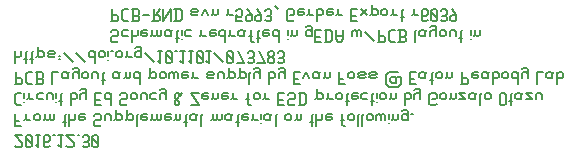
<source format=gbr>
G04 start of page 11 for group 12 layer_idx 7 *
G04 Title: (unknown), bottom_silk *
G04 Creator: pcb-rnd 2.0.0 *
G04 CreationDate: 2018-06-05 21:29:22 UTC *
G04 For:  *
G04 Format: Gerber/RS-274X *
G04 PCB-Dimensions: 500000 500000 *
G04 PCB-Coordinate-Origin: lower left *
%MOIN*%
%FSLAX25Y25*%
%LNBOTTOMSILK*%
%ADD72C,0.0070*%
G54D72*X183500Y322500D02*Y326500D01*
Y325000D02*X184000Y324500D01*
X185000D01*
X185500Y325000D01*
Y326500D01*
X187200Y322500D02*Y326000D01*
X187700Y326500D01*
X186700Y324000D02*X187700D01*
X189200Y322500D02*Y326000D01*
X189700Y326500D01*
X188700Y324000D02*X189700D01*
X191200Y325000D02*Y328000D01*
X190700Y324500D02*X191200Y325000D01*
X191700Y324500D01*
X192700D01*
X193200Y325000D01*
Y326000D01*
X192700Y326500D02*X193200Y326000D01*
X191700Y326500D02*X192700D01*
X191200Y326000D02*X191700Y326500D01*
X194900D02*X196400D01*
X196900Y326000D01*
X196400Y325500D02*X196900Y326000D01*
X194900Y325500D02*X196400D01*
X194400Y325000D02*X194900Y325500D01*
X194400Y325000D02*X194900Y324500D01*
X196400D01*
X196900Y325000D01*
X194400Y326000D02*X194900Y326500D01*
X198100Y324000D02*X198600D01*
X198100Y325000D02*X198600D01*
X199800Y326000D02*X202800Y323000D01*
X204000Y326000D02*X207000Y323000D01*
X210200Y322500D02*Y326500D01*
X209700D02*X210200Y326000D01*
X208700Y326500D02*X209700D01*
X208200Y326000D02*X208700Y326500D01*
X208200Y325000D02*Y326000D01*
Y325000D02*X208700Y324500D01*
X209700D01*
X210200Y325000D01*
X211400D02*Y326000D01*
Y325000D02*X211900Y324500D01*
X212900D01*
X213400Y325000D01*
Y326000D01*
X212900Y326500D02*X213400Y326000D01*
X211900Y326500D02*X212900D01*
X211400Y326000D02*X211900Y326500D01*
X214600Y323500D02*Y323600D01*
Y325000D02*Y326500D01*
X215600D02*X216100D01*
X217300Y325000D02*Y326000D01*
Y325000D02*X217800Y324500D01*
X218800D01*
X219300Y325000D01*
Y326000D01*
X218800Y326500D02*X219300Y326000D01*
X217800Y326500D02*X218800D01*
X217300Y326000D02*X217800Y326500D01*
X221000Y325000D02*Y326500D01*
Y325000D02*X221500Y324500D01*
X222500D01*
X220500D02*X221000Y325000D01*
X225200Y324500D02*X225700Y325000D01*
X224200Y324500D02*X225200D01*
X223700Y325000D02*X224200Y324500D01*
X223700Y325000D02*Y326000D01*
X224200Y326500D01*
X225200D01*
X225700Y326000D01*
X223700Y327500D02*X224200Y328000D01*
X225200D01*
X225700Y327500D01*
Y324500D02*Y327500D01*
X226900Y326000D02*X229900Y323000D01*
X231100Y323300D02*X231900Y322500D01*
Y326500D01*
X231100D02*X232600D01*
X233800Y326000D02*X234300Y326500D01*
X233800Y323000D02*Y326000D01*
Y323000D02*X234300Y322500D01*
X235300D01*
X235800Y323000D01*
Y326000D01*
X235300Y326500D02*X235800Y326000D01*
X234300Y326500D02*X235300D01*
X233800Y325500D02*X235800Y323500D01*
X237000Y326500D02*X237500D01*
X238700Y323300D02*X239500Y322500D01*
Y326500D01*
X238700D02*X240200D01*
X241400Y323300D02*X242200Y322500D01*
Y326500D01*
X241400D02*X242900D01*
X244100Y326000D02*X244600Y326500D01*
X244100Y323000D02*Y326000D01*
Y323000D02*X244600Y322500D01*
X245600D01*
X246100Y323000D01*
Y326000D01*
X245600Y326500D02*X246100Y326000D01*
X244600Y326500D02*X245600D01*
X244100Y325500D02*X246100Y323500D01*
X247300Y323300D02*X248100Y322500D01*
Y326500D01*
X247300D02*X248800D01*
X250000Y326000D02*X253000Y323000D01*
X254200Y326000D02*X254700Y326500D01*
X254200Y323000D02*Y326000D01*
Y323000D02*X254700Y322500D01*
X255700D01*
X256200Y323000D01*
Y326000D01*
X255700Y326500D02*X256200Y326000D01*
X254700Y326500D02*X255700D01*
X254200Y325500D02*X256200Y323500D01*
X257900Y326500D02*X259900Y322500D01*
X257400D02*X259900D01*
X261100Y323000D02*X261600Y322500D01*
X262600D01*
X263100Y323000D01*
X262600Y326500D02*X263100Y326000D01*
X261600Y326500D02*X262600D01*
X261100Y326000D02*X261600Y326500D01*
Y324300D02*X262600D01*
X263100Y323000D02*Y323800D01*
Y324800D02*Y326000D01*
Y324800D02*X262600Y324300D01*
X263100Y323800D02*X262600Y324300D01*
X264800Y326500D02*X266800Y322500D01*
X264300D02*X266800D01*
X268000Y326000D02*X268500Y326500D01*
X268000Y325200D02*Y326000D01*
Y325200D02*X268700Y324500D01*
X269300D01*
X270000Y325200D01*
Y326000D01*
X269500Y326500D02*X270000Y326000D01*
X268500Y326500D02*X269500D01*
X268000Y323800D02*X268700Y324500D01*
X268000Y323000D02*Y323800D01*
Y323000D02*X268500Y322500D01*
X269500D01*
X270000Y323000D01*
Y323800D01*
X269300Y324500D02*X270000Y323800D01*
X271200Y323000D02*X271700Y322500D01*
X272700D01*
X273200Y323000D01*
X272700Y326500D02*X273200Y326000D01*
X271700Y326500D02*X272700D01*
X271200Y326000D02*X271700Y326500D01*
Y324300D02*X272700D01*
X273200Y323000D02*Y323800D01*
Y324800D02*Y326000D01*
Y324800D02*X272700Y324300D01*
X273200Y323800D02*X272700Y324300D01*
X183500Y301500D02*Y305500D01*
Y301500D02*X185500D01*
X183500Y303300D02*X185000D01*
X187200Y304000D02*Y305500D01*
Y304000D02*X187700Y303500D01*
X188700D01*
X186700D02*X187200Y304000D01*
X189900D02*Y305000D01*
Y304000D02*X190400Y303500D01*
X191400D01*
X191900Y304000D01*
Y305000D01*
X191400Y305500D02*X191900Y305000D01*
X190400Y305500D02*X191400D01*
X189900Y305000D02*X190400Y305500D01*
X193600Y304000D02*Y305500D01*
Y304000D02*X194100Y303500D01*
X194600D01*
X195100Y304000D01*
Y305500D01*
Y304000D02*X195600Y303500D01*
X196100D01*
X196600Y304000D01*
Y305500D01*
X193100Y303500D02*X193600Y304000D01*
X200100Y301500D02*Y305000D01*
X200600Y305500D01*
X199600Y303000D02*X200600D01*
X201600Y301500D02*Y305500D01*
Y304000D02*X202100Y303500D01*
X203100D01*
X203600Y304000D01*
Y305500D01*
X205300D02*X206800D01*
X204800Y305000D02*X205300Y305500D01*
X204800Y304000D02*Y305000D01*
Y304000D02*X205300Y303500D01*
X206300D01*
X206800Y304000D01*
X204800Y304500D02*X206800D01*
Y304000D02*Y304500D01*
X211800Y301500D02*X212300Y302000D01*
X210300Y301500D02*X211800D01*
X209800Y302000D02*X210300Y301500D01*
X209800Y302000D02*Y303000D01*
X210300Y303500D01*
X211800D01*
X212300Y304000D01*
Y305000D01*
X211800Y305500D02*X212300Y305000D01*
X210300Y305500D02*X211800D01*
X209800Y305000D02*X210300Y305500D01*
X213500Y303500D02*Y305000D01*
X214000Y305500D01*
X215000D01*
X215500Y305000D01*
Y303500D02*Y305000D01*
X217200Y304000D02*Y307000D01*
X216700Y303500D02*X217200Y304000D01*
X217700Y303500D01*
X218700D01*
X219200Y304000D01*
Y305000D01*
X218700Y305500D02*X219200Y305000D01*
X217700Y305500D02*X218700D01*
X217200Y305000D02*X217700Y305500D01*
X220900Y304000D02*Y307000D01*
X220400Y303500D02*X220900Y304000D01*
X221400Y303500D01*
X222400D01*
X222900Y304000D01*
Y305000D01*
X222400Y305500D02*X222900Y305000D01*
X221400Y305500D02*X222400D01*
X220900Y305000D02*X221400Y305500D01*
X224100Y301500D02*Y305000D01*
X224600Y305500D01*
X226100D02*X227600D01*
X225600Y305000D02*X226100Y305500D01*
X225600Y304000D02*Y305000D01*
Y304000D02*X226100Y303500D01*
X227100D01*
X227600Y304000D01*
X225600Y304500D02*X227600D01*
Y304000D02*Y304500D01*
X229300Y304000D02*Y305500D01*
Y304000D02*X229800Y303500D01*
X230300D01*
X230800Y304000D01*
Y305500D01*
Y304000D02*X231300Y303500D01*
X231800D01*
X232300Y304000D01*
Y305500D01*
X228800Y303500D02*X229300Y304000D01*
X234000Y305500D02*X235500D01*
X233500Y305000D02*X234000Y305500D01*
X233500Y304000D02*Y305000D01*
Y304000D02*X234000Y303500D01*
X235000D01*
X235500Y304000D01*
X233500Y304500D02*X235500D01*
Y304000D02*Y304500D01*
X237200Y304000D02*Y305500D01*
Y304000D02*X237700Y303500D01*
X238200D01*
X238700Y304000D01*
Y305500D01*
X236700Y303500D02*X237200Y304000D01*
X240400Y301500D02*Y305000D01*
X240900Y305500D01*
X239900Y303000D02*X240900D01*
X243400Y303500D02*X243900Y304000D01*
X242400Y303500D02*X243400D01*
X241900Y304000D02*X242400Y303500D01*
X241900Y304000D02*Y305000D01*
X242400Y305500D01*
X243900Y303500D02*Y305000D01*
X244400Y305500D01*
X242400D02*X243400D01*
X243900Y305000D01*
X245600Y301500D02*Y305000D01*
X246100Y305500D01*
X249400Y304000D02*Y305500D01*
Y304000D02*X249900Y303500D01*
X250400D01*
X250900Y304000D01*
Y305500D01*
Y304000D02*X251400Y303500D01*
X251900D01*
X252400Y304000D01*
Y305500D01*
X248900Y303500D02*X249400Y304000D01*
X255100Y303500D02*X255600Y304000D01*
X254100Y303500D02*X255100D01*
X253600Y304000D02*X254100Y303500D01*
X253600Y304000D02*Y305000D01*
X254100Y305500D01*
X255600Y303500D02*Y305000D01*
X256100Y305500D01*
X254100D02*X255100D01*
X255600Y305000D01*
X257800Y301500D02*Y305000D01*
X258300Y305500D01*
X257300Y303000D02*X258300D01*
X259800Y305500D02*X261300D01*
X259300Y305000D02*X259800Y305500D01*
X259300Y304000D02*Y305000D01*
Y304000D02*X259800Y303500D01*
X260800D01*
X261300Y304000D01*
X259300Y304500D02*X261300D01*
Y304000D02*Y304500D01*
X263000Y304000D02*Y305500D01*
Y304000D02*X263500Y303500D01*
X264500D01*
X262500D02*X263000Y304000D01*
X265700Y302500D02*Y302600D01*
Y304000D02*Y305500D01*
X268200Y303500D02*X268700Y304000D01*
X267200Y303500D02*X268200D01*
X266700Y304000D02*X267200Y303500D01*
X266700Y304000D02*Y305000D01*
X267200Y305500D01*
X268700Y303500D02*Y305000D01*
X269200Y305500D01*
X267200D02*X268200D01*
X268700Y305000D01*
X270400Y301500D02*Y305000D01*
X270900Y305500D01*
X273700Y304000D02*Y305000D01*
Y304000D02*X274200Y303500D01*
X275200D01*
X275700Y304000D01*
Y305000D01*
X275200Y305500D02*X275700Y305000D01*
X274200Y305500D02*X275200D01*
X273700Y305000D02*X274200Y305500D01*
X277400Y304000D02*Y305500D01*
Y304000D02*X277900Y303500D01*
X278400D01*
X278900Y304000D01*
Y305500D01*
X276900Y303500D02*X277400Y304000D01*
X282400Y301500D02*Y305000D01*
X282900Y305500D01*
X281900Y303000D02*X282900D01*
X283900Y301500D02*Y305500D01*
Y304000D02*X284400Y303500D01*
X285400D01*
X285900Y304000D01*
Y305500D01*
X287600D02*X289100D01*
X287100Y305000D02*X287600Y305500D01*
X287100Y304000D02*Y305000D01*
Y304000D02*X287600Y303500D01*
X288600D01*
X289100Y304000D01*
X287100Y304500D02*X289100D01*
Y304000D02*Y304500D01*
X292600Y302000D02*Y305500D01*
Y302000D02*X293100Y301500D01*
X293600D01*
X292100Y303500D02*X293100D01*
X294600Y304000D02*Y305000D01*
Y304000D02*X295100Y303500D01*
X296100D01*
X296600Y304000D01*
Y305000D01*
X296100Y305500D02*X296600Y305000D01*
X295100Y305500D02*X296100D01*
X294600Y305000D02*X295100Y305500D01*
X297800Y301500D02*Y305000D01*
X298300Y305500D01*
X299300Y301500D02*Y305000D01*
X299800Y305500D01*
X300800Y304000D02*Y305000D01*
Y304000D02*X301300Y303500D01*
X302300D01*
X302800Y304000D01*
Y305000D01*
X302300Y305500D02*X302800Y305000D01*
X301300Y305500D02*X302300D01*
X300800Y305000D02*X301300Y305500D01*
X304000Y303500D02*Y305000D01*
X304500Y305500D01*
X305000D01*
X305500Y305000D01*
Y303500D02*Y305000D01*
X306000Y305500D01*
X306500D01*
X307000Y305000D01*
Y303500D02*Y305000D01*
X308200Y302500D02*Y302600D01*
Y304000D02*Y305500D01*
X309700Y304000D02*Y305500D01*
Y304000D02*X310200Y303500D01*
X310700D01*
X311200Y304000D01*
Y305500D01*
X309200Y303500D02*X309700Y304000D01*
X313900Y303500D02*X314400Y304000D01*
X312900Y303500D02*X313900D01*
X312400Y304000D02*X312900Y303500D01*
X312400Y304000D02*Y305000D01*
X312900Y305500D01*
X313900D01*
X314400Y305000D01*
X312400Y306500D02*X312900Y307000D01*
X313900D01*
X314400Y306500D01*
Y303500D02*Y306500D01*
X315600Y305500D02*X316100D01*
X183500Y295000D02*X184000Y294500D01*
X185500D01*
X186000Y295000D01*
Y296000D01*
X183500Y298500D02*X186000Y296000D01*
X183500Y298500D02*X186000D01*
X187200Y298000D02*X187700Y298500D01*
X187200Y295000D02*Y298000D01*
Y295000D02*X187700Y294500D01*
X188700D01*
X189200Y295000D01*
Y298000D01*
X188700Y298500D02*X189200Y298000D01*
X187700Y298500D02*X188700D01*
X187200Y297500D02*X189200Y295500D01*
X190400Y295300D02*X191200Y294500D01*
Y298500D01*
X190400D02*X191900D01*
X194600Y294500D02*X195100Y295000D01*
X193600Y294500D02*X194600D01*
X193100Y295000D02*X193600Y294500D01*
X193100Y295000D02*Y298000D01*
X193600Y298500D01*
X194600Y296300D02*X195100Y296800D01*
X193100Y296300D02*X194600D01*
X193600Y298500D02*X194600D01*
X195100Y298000D01*
Y296800D02*Y298000D01*
X196300Y298500D02*X196800D01*
X198000Y295300D02*X198800Y294500D01*
Y298500D01*
X198000D02*X199500D01*
X200700Y295000D02*X201200Y294500D01*
X202700D01*
X203200Y295000D01*
Y296000D01*
X200700Y298500D02*X203200Y296000D01*
X200700Y298500D02*X203200D01*
X204400D02*X204900D01*
X206100Y295000D02*X206600Y294500D01*
X207600D01*
X208100Y295000D01*
X207600Y298500D02*X208100Y298000D01*
X206600Y298500D02*X207600D01*
X206100Y298000D02*X206600Y298500D01*
Y296300D02*X207600D01*
X208100Y295000D02*Y295800D01*
Y296800D02*Y298000D01*
Y296800D02*X207600Y296300D01*
X208100Y295800D02*X207600Y296300D01*
X209300Y298000D02*X209800Y298500D01*
X209300Y295000D02*Y298000D01*
Y295000D02*X209800Y294500D01*
X210800D01*
X211300Y295000D01*
Y298000D01*
X210800Y298500D02*X211300Y298000D01*
X209800Y298500D02*X210800D01*
X209300Y297500D02*X211300Y295500D01*
X216000Y336500D02*Y340500D01*
X215500Y336500D02*X217500D01*
X218000Y337000D01*
Y338000D01*
X217500Y338500D02*X218000Y338000D01*
X216000Y338500D02*X217500D01*
X219900Y340500D02*X221200D01*
X219200Y339800D02*X219900Y340500D01*
X219200Y337200D02*Y339800D01*
Y337200D02*X219900Y336500D01*
X221200D01*
X222400Y340500D02*X224400D01*
X224900Y340000D01*
Y338800D02*Y340000D01*
X224400Y338300D02*X224900Y338800D01*
X222900Y338300D02*X224400D01*
X222900Y336500D02*Y340500D01*
X222400Y336500D02*X224400D01*
X224900Y337000D01*
Y337800D01*
X224400Y338300D02*X224900Y337800D01*
X226100Y338500D02*X228100D01*
X229300Y336500D02*X231300D01*
X231800Y337000D01*
Y338000D01*
X231300Y338500D02*X231800Y338000D01*
X229800Y338500D02*X231300D01*
X229800Y336500D02*Y340500D01*
X230600Y338500D02*X231800Y340500D01*
X233000Y336500D02*Y340500D01*
Y336500D02*X235500Y340500D01*
Y336500D02*Y340500D01*
X237200Y336500D02*Y340500D01*
X238500Y336500D02*X239200Y337200D01*
Y339800D01*
X238500Y340500D02*X239200Y339800D01*
X236700Y340500D02*X238500D01*
X236700Y336500D02*X238500D01*
X242700Y340500D02*X244200D01*
X244700Y340000D01*
X244200Y339500D02*X244700Y340000D01*
X242700Y339500D02*X244200D01*
X242200Y339000D02*X242700Y339500D01*
X242200Y339000D02*X242700Y338500D01*
X244200D01*
X244700Y339000D01*
X242200Y340000D02*X242700Y340500D01*
X245900Y338500D02*X246900Y340500D01*
X247900Y338500D02*X246900Y340500D01*
X249600Y339000D02*Y340500D01*
Y339000D02*X250100Y338500D01*
X250600D01*
X251100Y339000D01*
Y340500D01*
X249100Y338500D02*X249600Y339000D01*
X254600D02*Y340500D01*
Y339000D02*X255100Y338500D01*
X256100D01*
X254100D02*X254600Y339000D01*
X257300Y336500D02*X259300D01*
X257300D02*Y338500D01*
X257800Y338000D01*
X258800D01*
X259300Y338500D01*
Y340000D01*
X258800Y340500D02*X259300Y340000D01*
X257800Y340500D02*X258800D01*
X257300Y340000D02*X257800Y340500D01*
X261000D02*X262500Y338500D01*
Y337000D02*Y338500D01*
X262000Y336500D02*X262500Y337000D01*
X261000Y336500D02*X262000D01*
X260500Y337000D02*X261000Y336500D01*
X260500Y337000D02*Y338000D01*
X261000Y338500D01*
X262500D01*
X264200Y340500D02*X265700Y338500D01*
Y337000D02*Y338500D01*
X265200Y336500D02*X265700Y337000D01*
X264200Y336500D02*X265200D01*
X263700Y337000D02*X264200Y336500D01*
X263700Y337000D02*Y338000D01*
X264200Y338500D01*
X265700D01*
X266900Y337000D02*X267400Y336500D01*
X268400D01*
X268900Y337000D01*
X268400Y340500D02*X268900Y340000D01*
X267400Y340500D02*X268400D01*
X266900Y340000D02*X267400Y340500D01*
Y338300D02*X268400D01*
X268900Y337000D02*Y337800D01*
Y338800D02*Y340000D01*
Y338800D02*X268400Y338300D01*
X268900Y337800D02*X268400Y338300D01*
X270100Y341500D02*X271100Y340500D01*
X276100Y336500D02*X276600Y337000D01*
X274600Y336500D02*X276100D01*
X274100Y337000D02*X274600Y336500D01*
X274100Y337000D02*Y340000D01*
X274600Y340500D01*
X276100D01*
X276600Y340000D01*
Y339000D02*Y340000D01*
X276100Y338500D02*X276600Y339000D01*
X275100Y338500D02*X276100D01*
X278300Y340500D02*X279800D01*
X277800Y340000D02*X278300Y340500D01*
X277800Y339000D02*Y340000D01*
Y339000D02*X278300Y338500D01*
X279300D01*
X279800Y339000D01*
X277800Y339500D02*X279800D01*
Y339000D02*Y339500D01*
X281500Y339000D02*Y340500D01*
Y339000D02*X282000Y338500D01*
X283000D01*
X281000D02*X281500Y339000D01*
X284200Y336500D02*Y340500D01*
Y340000D02*X284700Y340500D01*
X285700D01*
X286200Y340000D01*
Y339000D02*Y340000D01*
X285700Y338500D02*X286200Y339000D01*
X284700Y338500D02*X285700D01*
X284200Y339000D02*X284700Y338500D01*
X287900Y340500D02*X289400D01*
X287400Y340000D02*X287900Y340500D01*
X287400Y339000D02*Y340000D01*
Y339000D02*X287900Y338500D01*
X288900D01*
X289400Y339000D01*
X287400Y339500D02*X289400D01*
Y339000D02*Y339500D01*
X291100Y339000D02*Y340500D01*
Y339000D02*X291600Y338500D01*
X292600D01*
X290600D02*X291100Y339000D01*
X295600Y338300D02*X297100D01*
X295600Y340500D02*X297600D01*
X295600Y336500D02*Y340500D01*
Y336500D02*X297600D01*
X298800Y338500D02*X300800Y340500D01*
X298800D02*X300800Y338500D01*
X302500Y339000D02*Y342000D01*
X302000Y338500D02*X302500Y339000D01*
X303000Y338500D01*
X304000D01*
X304500Y339000D01*
Y340000D01*
X304000Y340500D02*X304500Y340000D01*
X303000Y340500D02*X304000D01*
X302500Y340000D02*X303000Y340500D01*
X305700Y339000D02*Y340000D01*
Y339000D02*X306200Y338500D01*
X307200D01*
X307700Y339000D01*
Y340000D01*
X307200Y340500D02*X307700Y340000D01*
X306200Y340500D02*X307200D01*
X305700Y340000D02*X306200Y340500D01*
X309400Y339000D02*Y340500D01*
Y339000D02*X309900Y338500D01*
X310900D01*
X308900D02*X309400Y339000D01*
X312600Y336500D02*Y340000D01*
X313100Y340500D01*
X312100Y338000D02*X313100D01*
X316400Y339000D02*Y340500D01*
Y339000D02*X316900Y338500D01*
X317900D01*
X315900D02*X316400Y339000D01*
X320600Y336500D02*X321100Y337000D01*
X319600Y336500D02*X320600D01*
X319100Y337000D02*X319600Y336500D01*
X319100Y337000D02*Y340000D01*
X319600Y340500D01*
X320600Y338300D02*X321100Y338800D01*
X319100Y338300D02*X320600D01*
X319600Y340500D02*X320600D01*
X321100Y340000D01*
Y338800D02*Y340000D01*
X322300D02*X322800Y340500D01*
X322300Y337000D02*Y340000D01*
Y337000D02*X322800Y336500D01*
X323800D01*
X324300Y337000D01*
Y340000D01*
X323800Y340500D02*X324300Y340000D01*
X322800Y340500D02*X323800D01*
X322300Y339500D02*X324300Y337500D01*
X325500Y337000D02*X326000Y336500D01*
X327000D01*
X327500Y337000D01*
X327000Y340500D02*X327500Y340000D01*
X326000Y340500D02*X327000D01*
X325500Y340000D02*X326000Y340500D01*
Y338300D02*X327000D01*
X327500Y337000D02*Y337800D01*
Y338800D02*Y340000D01*
Y338800D02*X327000Y338300D01*
X327500Y337800D02*X327000Y338300D01*
X329200Y340500D02*X330700Y338500D01*
Y337000D02*Y338500D01*
X330200Y336500D02*X330700Y337000D01*
X329200Y336500D02*X330200D01*
X328700Y337000D02*X329200Y336500D01*
X328700Y337000D02*Y338000D01*
X329200Y338500D01*
X330700D01*
X184200Y312500D02*X185500D01*
X183500Y311800D02*X184200Y312500D01*
X183500Y309200D02*Y311800D01*
Y309200D02*X184200Y308500D01*
X185500D01*
X186700Y309500D02*Y309600D01*
Y311000D02*Y312500D01*
X188200Y311000D02*Y312500D01*
Y311000D02*X188700Y310500D01*
X189700D01*
X187700D02*X188200Y311000D01*
X191400Y310500D02*X192900D01*
X190900Y311000D02*X191400Y310500D01*
X190900Y311000D02*Y312000D01*
X191400Y312500D01*
X192900D01*
X194100Y310500D02*Y312000D01*
X194600Y312500D01*
X195600D01*
X196100Y312000D01*
Y310500D02*Y312000D01*
X197300Y309500D02*Y309600D01*
Y311000D02*Y312500D01*
X198800Y308500D02*Y312000D01*
X199300Y312500D01*
X198300Y310000D02*X199300D01*
X202100Y308500D02*Y312500D01*
Y312000D02*X202600Y312500D01*
X203600D01*
X204100Y312000D01*
Y311000D02*Y312000D01*
X203600Y310500D02*X204100Y311000D01*
X202600Y310500D02*X203600D01*
X202100Y311000D02*X202600Y310500D01*
X205300D02*Y312000D01*
X205800Y312500D01*
X207300Y310500D02*Y313500D01*
X206800Y314000D02*X207300Y313500D01*
X205800Y314000D02*X206800D01*
X205300Y313500D02*X205800Y314000D01*
Y312500D02*X206800D01*
X207300Y312000D01*
X210300Y310300D02*X211800D01*
X210300Y312500D02*X212300D01*
X210300Y308500D02*Y312500D01*
Y308500D02*X212300D01*
X215500D02*Y312500D01*
X215000D02*X215500Y312000D01*
X214000Y312500D02*X215000D01*
X213500Y312000D02*X214000Y312500D01*
X213500Y311000D02*Y312000D01*
Y311000D02*X214000Y310500D01*
X215000D01*
X215500Y311000D01*
X220500Y308500D02*X221000Y309000D01*
X219000Y308500D02*X220500D01*
X218500Y309000D02*X219000Y308500D01*
X218500Y309000D02*Y310000D01*
X219000Y310500D01*
X220500D01*
X221000Y311000D01*
Y312000D01*
X220500Y312500D02*X221000Y312000D01*
X219000Y312500D02*X220500D01*
X218500Y312000D02*X219000Y312500D01*
X222200Y311000D02*Y312000D01*
Y311000D02*X222700Y310500D01*
X223700D01*
X224200Y311000D01*
Y312000D01*
X223700Y312500D02*X224200Y312000D01*
X222700Y312500D02*X223700D01*
X222200Y312000D02*X222700Y312500D01*
X225400Y310500D02*Y312000D01*
X225900Y312500D01*
X226900D01*
X227400Y312000D01*
Y310500D02*Y312000D01*
X229100Y310500D02*X230600D01*
X228600Y311000D02*X229100Y310500D01*
X228600Y311000D02*Y312000D01*
X229100Y312500D01*
X230600D01*
X231800Y310500D02*Y312000D01*
X232300Y312500D01*
X233800Y310500D02*Y313500D01*
X233300Y314000D02*X233800Y313500D01*
X232300Y314000D02*X233300D01*
X231800Y313500D02*X232300Y314000D01*
Y312500D02*X233300D01*
X233800Y312000D01*
X236800D02*X237300Y312500D01*
X236800Y309000D02*Y310000D01*
Y309000D02*X237300Y308500D01*
X236800Y311000D02*X238300Y309500D01*
X237300Y312500D02*X237800D01*
X238800Y311500D01*
X236800Y310000D02*X239300Y312500D01*
X237300Y308500D02*X237800D01*
X238300Y309000D01*
Y309500D01*
X236800Y311000D02*Y312000D01*
X242300Y308500D02*X244800D01*
X242300Y312500D02*X244800Y308500D01*
X242300Y312500D02*X244800D01*
X246500D02*X248000D01*
X246000Y312000D02*X246500Y312500D01*
X246000Y311000D02*Y312000D01*
Y311000D02*X246500Y310500D01*
X247500D01*
X248000Y311000D01*
X246000Y311500D02*X248000D01*
Y311000D02*Y311500D01*
X249700Y311000D02*Y312500D01*
Y311000D02*X250200Y310500D01*
X250700D01*
X251200Y311000D01*
Y312500D01*
X249200Y310500D02*X249700Y311000D01*
X252900Y312500D02*X254400D01*
X252400Y312000D02*X252900Y312500D01*
X252400Y311000D02*Y312000D01*
Y311000D02*X252900Y310500D01*
X253900D01*
X254400Y311000D01*
X252400Y311500D02*X254400D01*
Y311000D02*Y311500D01*
X256100Y311000D02*Y312500D01*
Y311000D02*X256600Y310500D01*
X257600D01*
X255600D02*X256100Y311000D01*
X261100Y309000D02*Y312500D01*
Y309000D02*X261600Y308500D01*
X262100D01*
X260600Y310500D02*X261600D01*
X263100Y311000D02*Y312000D01*
Y311000D02*X263600Y310500D01*
X264600D01*
X265100Y311000D01*
Y312000D01*
X264600Y312500D02*X265100Y312000D01*
X263600Y312500D02*X264600D01*
X263100Y312000D02*X263600Y312500D01*
X266800Y311000D02*Y312500D01*
Y311000D02*X267300Y310500D01*
X268300D01*
X266300D02*X266800Y311000D01*
X271300Y310300D02*X272800D01*
X271300Y312500D02*X273300D01*
X271300Y308500D02*Y312500D01*
Y308500D02*X273300D01*
X276500D02*X277000Y309000D01*
X275000Y308500D02*X276500D01*
X274500Y309000D02*X275000Y308500D01*
X274500Y309000D02*Y310000D01*
X275000Y310500D01*
X276500D01*
X277000Y311000D01*
Y312000D01*
X276500Y312500D02*X277000Y312000D01*
X275000Y312500D02*X276500D01*
X274500Y312000D02*X275000Y312500D01*
X278700Y308500D02*Y312500D01*
X280000Y308500D02*X280700Y309200D01*
Y311800D01*
X280000Y312500D02*X280700Y311800D01*
X278200Y312500D02*X280000D01*
X278200Y308500D02*X280000D01*
X284200Y311000D02*Y314000D01*
X283700Y310500D02*X284200Y311000D01*
X284700Y310500D01*
X285700D01*
X286200Y311000D01*
Y312000D01*
X285700Y312500D02*X286200Y312000D01*
X284700Y312500D02*X285700D01*
X284200Y312000D02*X284700Y312500D01*
X287900Y311000D02*Y312500D01*
Y311000D02*X288400Y310500D01*
X289400D01*
X287400D02*X287900Y311000D01*
X290600D02*Y312000D01*
Y311000D02*X291100Y310500D01*
X292100D01*
X292600Y311000D01*
Y312000D01*
X292100Y312500D02*X292600Y312000D01*
X291100Y312500D02*X292100D01*
X290600Y312000D02*X291100Y312500D01*
X294300Y308500D02*Y312000D01*
X294800Y312500D01*
X293800Y310000D02*X294800D01*
X296300Y312500D02*X297800D01*
X295800Y312000D02*X296300Y312500D01*
X295800Y311000D02*Y312000D01*
Y311000D02*X296300Y310500D01*
X297300D01*
X297800Y311000D01*
X295800Y311500D02*X297800D01*
Y311000D02*Y311500D01*
X299500Y310500D02*X301000D01*
X299000Y311000D02*X299500Y310500D01*
X299000Y311000D02*Y312000D01*
X299500Y312500D01*
X301000D01*
X302700Y308500D02*Y312000D01*
X303200Y312500D01*
X302200Y310000D02*X303200D01*
X304200Y309500D02*Y309600D01*
Y311000D02*Y312500D01*
X305200Y311000D02*Y312000D01*
Y311000D02*X305700Y310500D01*
X306700D01*
X307200Y311000D01*
Y312000D01*
X306700Y312500D02*X307200Y312000D01*
X305700Y312500D02*X306700D01*
X305200Y312000D02*X305700Y312500D01*
X308900Y311000D02*Y312500D01*
Y311000D02*X309400Y310500D01*
X309900D01*
X310400Y311000D01*
Y312500D01*
X308400Y310500D02*X308900Y311000D01*
X313400Y308500D02*Y312500D01*
Y312000D02*X313900Y312500D01*
X314900D01*
X315400Y312000D01*
Y311000D02*Y312000D01*
X314900Y310500D02*X315400Y311000D01*
X313900Y310500D02*X314900D01*
X313400Y311000D02*X313900Y310500D01*
X316600D02*Y312000D01*
X317100Y312500D01*
X318600Y310500D02*Y313500D01*
X318100Y314000D02*X318600Y313500D01*
X317100Y314000D02*X318100D01*
X316600Y313500D02*X317100Y314000D01*
Y312500D02*X318100D01*
X318600Y312000D01*
X323600Y308500D02*X324100Y309000D01*
X322100Y308500D02*X323600D01*
X321600Y309000D02*X322100Y308500D01*
X321600Y309000D02*Y312000D01*
X322100Y312500D01*
X323600D01*
X324100Y312000D01*
Y311000D02*Y312000D01*
X323600Y310500D02*X324100Y311000D01*
X322600Y310500D02*X323600D01*
X325300Y311000D02*Y312000D01*
Y311000D02*X325800Y310500D01*
X326800D01*
X327300Y311000D01*
Y312000D01*
X326800Y312500D02*X327300Y312000D01*
X325800Y312500D02*X326800D01*
X325300Y312000D02*X325800Y312500D01*
X329000Y311000D02*Y312500D01*
Y311000D02*X329500Y310500D01*
X330000D01*
X330500Y311000D01*
Y312500D01*
X328500Y310500D02*X329000Y311000D01*
X331700Y310500D02*X333700D01*
X331700Y312500D02*X333700Y310500D01*
X331700Y312500D02*X333700D01*
X336400Y310500D02*X336900Y311000D01*
X335400Y310500D02*X336400D01*
X334900Y311000D02*X335400Y310500D01*
X334900Y311000D02*Y312000D01*
X335400Y312500D01*
X336900Y310500D02*Y312000D01*
X337400Y312500D01*
X335400D02*X336400D01*
X336900Y312000D01*
X338600Y308500D02*Y312000D01*
X339100Y312500D01*
X340100Y311000D02*Y312000D01*
Y311000D02*X340600Y310500D01*
X341600D01*
X342100Y311000D01*
Y312000D01*
X341600Y312500D02*X342100Y312000D01*
X340600Y312500D02*X341600D01*
X340100Y312000D02*X340600Y312500D01*
X345100Y309000D02*Y312000D01*
Y309000D02*X345600Y308500D01*
X346600D01*
X347100Y309000D01*
Y312000D01*
X346600Y312500D02*X347100Y312000D01*
X345600Y312500D02*X346600D01*
X345100Y312000D02*X345600Y312500D01*
X348800Y308500D02*Y312000D01*
X349300Y312500D01*
X348300Y310000D02*X349300D01*
X351800Y310500D02*X352300Y311000D01*
X350800Y310500D02*X351800D01*
X350300Y311000D02*X350800Y310500D01*
X350300Y311000D02*Y312000D01*
X350800Y312500D01*
X352300Y310500D02*Y312000D01*
X352800Y312500D01*
X350800D02*X351800D01*
X352300Y312000D01*
X354000Y310500D02*X356000D01*
X354000Y312500D02*X356000Y310500D01*
X354000Y312500D02*X356000D01*
X357200Y310500D02*Y312000D01*
X357700Y312500D01*
X358700D01*
X359200Y312000D01*
Y310500D02*Y312000D01*
X184000Y315500D02*Y319500D01*
X183500Y315500D02*X185500D01*
X186000Y316000D01*
Y317000D01*
X185500Y317500D02*X186000Y317000D01*
X184000Y317500D02*X185500D01*
X187900Y319500D02*X189200D01*
X187200Y318800D02*X187900Y319500D01*
X187200Y316200D02*Y318800D01*
Y316200D02*X187900Y315500D01*
X189200D01*
X190400Y319500D02*X192400D01*
X192900Y319000D01*
Y317800D02*Y319000D01*
X192400Y317300D02*X192900Y317800D01*
X190900Y317300D02*X192400D01*
X190900Y315500D02*Y319500D01*
X190400Y315500D02*X192400D01*
X192900Y316000D01*
Y316800D01*
X192400Y317300D02*X192900Y316800D01*
X195900Y315500D02*Y319500D01*
X197900D01*
X200600Y317500D02*X201100Y318000D01*
X199600Y317500D02*X200600D01*
X199100Y318000D02*X199600Y317500D01*
X199100Y318000D02*Y319000D01*
X199600Y319500D01*
X201100Y317500D02*Y319000D01*
X201600Y319500D01*
X199600D02*X200600D01*
X201100Y319000D01*
X202800Y317500D02*Y319000D01*
X203300Y319500D01*
X204800Y317500D02*Y320500D01*
X204300Y321000D02*X204800Y320500D01*
X203300Y321000D02*X204300D01*
X202800Y320500D02*X203300Y321000D01*
Y319500D02*X204300D01*
X204800Y319000D01*
X206000Y318000D02*Y319000D01*
Y318000D02*X206500Y317500D01*
X207500D01*
X208000Y318000D01*
Y319000D01*
X207500Y319500D02*X208000Y319000D01*
X206500Y319500D02*X207500D01*
X206000Y319000D02*X206500Y319500D01*
X209200Y317500D02*Y319000D01*
X209700Y319500D01*
X210700D01*
X211200Y319000D01*
Y317500D02*Y319000D01*
X212900Y315500D02*Y319000D01*
X213400Y319500D01*
X212400Y317000D02*X213400D01*
X217700Y317500D02*X218200Y318000D01*
X216700Y317500D02*X217700D01*
X216200Y318000D02*X216700Y317500D01*
X216200Y318000D02*Y319000D01*
X216700Y319500D01*
X218200Y317500D02*Y319000D01*
X218700Y319500D01*
X216700D02*X217700D01*
X218200Y319000D01*
X220400Y318000D02*Y319500D01*
Y318000D02*X220900Y317500D01*
X221400D01*
X221900Y318000D01*
Y319500D01*
X219900Y317500D02*X220400Y318000D01*
X225100Y315500D02*Y319500D01*
X224600D02*X225100Y319000D01*
X223600Y319500D02*X224600D01*
X223100Y319000D02*X223600Y319500D01*
X223100Y318000D02*Y319000D01*
Y318000D02*X223600Y317500D01*
X224600D01*
X225100Y318000D01*
X228600D02*Y321000D01*
X228100Y317500D02*X228600Y318000D01*
X229100Y317500D01*
X230100D01*
X230600Y318000D01*
Y319000D01*
X230100Y319500D02*X230600Y319000D01*
X229100Y319500D02*X230100D01*
X228600Y319000D02*X229100Y319500D01*
X231800Y318000D02*Y319000D01*
Y318000D02*X232300Y317500D01*
X233300D01*
X233800Y318000D01*
Y319000D01*
X233300Y319500D02*X233800Y319000D01*
X232300Y319500D02*X233300D01*
X231800Y319000D02*X232300Y319500D01*
X235000Y317500D02*Y319000D01*
X235500Y319500D01*
X236000D01*
X236500Y319000D01*
Y317500D02*Y319000D01*
X237000Y319500D01*
X237500D01*
X238000Y319000D01*
Y317500D02*Y319000D01*
X239700Y319500D02*X241200D01*
X239200Y319000D02*X239700Y319500D01*
X239200Y318000D02*Y319000D01*
Y318000D02*X239700Y317500D01*
X240700D01*
X241200Y318000D01*
X239200Y318500D02*X241200D01*
Y318000D02*Y318500D01*
X242900Y318000D02*Y319500D01*
Y318000D02*X243400Y317500D01*
X244400D01*
X242400D02*X242900Y318000D01*
X247900Y319500D02*X249400D01*
X249900Y319000D01*
X249400Y318500D02*X249900Y319000D01*
X247900Y318500D02*X249400D01*
X247400Y318000D02*X247900Y318500D01*
X247400Y318000D02*X247900Y317500D01*
X249400D01*
X249900Y318000D01*
X247400Y319000D02*X247900Y319500D01*
X251100Y317500D02*Y319000D01*
X251600Y319500D01*
X252600D01*
X253100Y319000D01*
Y317500D02*Y319000D01*
X254800Y318000D02*Y321000D01*
X254300Y317500D02*X254800Y318000D01*
X255300Y317500D01*
X256300D01*
X256800Y318000D01*
Y319000D01*
X256300Y319500D02*X256800Y319000D01*
X255300Y319500D02*X256300D01*
X254800Y319000D02*X255300Y319500D01*
X258500Y318000D02*Y321000D01*
X258000Y317500D02*X258500Y318000D01*
X259000Y317500D01*
X260000D01*
X260500Y318000D01*
Y319000D01*
X260000Y319500D02*X260500Y319000D01*
X259000Y319500D02*X260000D01*
X258500Y319000D02*X259000Y319500D01*
X261700Y315500D02*Y319000D01*
X262200Y319500D01*
X263200Y317500D02*Y319000D01*
X263700Y319500D01*
X265200Y317500D02*Y320500D01*
X264700Y321000D02*X265200Y320500D01*
X263700Y321000D02*X264700D01*
X263200Y320500D02*X263700Y321000D01*
Y319500D02*X264700D01*
X265200Y319000D01*
X268200Y315500D02*Y319500D01*
Y319000D02*X268700Y319500D01*
X269700D01*
X270200Y319000D01*
Y318000D02*Y319000D01*
X269700Y317500D02*X270200Y318000D01*
X268700Y317500D02*X269700D01*
X268200Y318000D02*X268700Y317500D01*
X271400D02*Y319000D01*
X271900Y319500D01*
X273400Y317500D02*Y320500D01*
X272900Y321000D02*X273400Y320500D01*
X271900Y321000D02*X272900D01*
X271400Y320500D02*X271900Y321000D01*
Y319500D02*X272900D01*
X273400Y319000D01*
X276400Y317300D02*X277900D01*
X276400Y319500D02*X278400D01*
X276400Y315500D02*Y319500D01*
Y315500D02*X278400D01*
X279600Y317500D02*X280600Y319500D01*
X281600Y317500D02*X280600Y319500D01*
X284300Y317500D02*X284800Y318000D01*
X283300Y317500D02*X284300D01*
X282800Y318000D02*X283300Y317500D01*
X282800Y318000D02*Y319000D01*
X283300Y319500D01*
X284800Y317500D02*Y319000D01*
X285300Y319500D01*
X283300D02*X284300D01*
X284800Y319000D01*
X287000Y318000D02*Y319500D01*
Y318000D02*X287500Y317500D01*
X288000D01*
X288500Y318000D01*
Y319500D01*
X286500Y317500D02*X287000Y318000D01*
X291500Y315500D02*Y319500D01*
Y315500D02*X293500D01*
X291500Y317300D02*X293000D01*
X294700Y318000D02*Y319000D01*
Y318000D02*X295200Y317500D01*
X296200D01*
X296700Y318000D01*
Y319000D01*
X296200Y319500D02*X296700Y319000D01*
X295200Y319500D02*X296200D01*
X294700Y319000D02*X295200Y319500D01*
X298400D02*X299900D01*
X300400Y319000D01*
X299900Y318500D02*X300400Y319000D01*
X298400Y318500D02*X299900D01*
X297900Y318000D02*X298400Y318500D01*
X297900Y318000D02*X298400Y317500D01*
X299900D01*
X300400Y318000D01*
X297900Y319000D02*X298400Y319500D01*
X302100D02*X303600D01*
X304100Y319000D01*
X303600Y318500D02*X304100Y319000D01*
X302100Y318500D02*X303600D01*
X301600Y318000D02*X302100Y318500D01*
X301600Y318000D02*X302100Y317500D01*
X303600D01*
X304100Y318000D01*
X301600Y319000D02*X302100Y319500D01*
X307100Y315500D02*Y318500D01*
X308100Y319500D01*
X311100D01*
X312100Y315500D02*Y318000D01*
Y315500D02*X311100Y314500D01*
X308100D02*X311100D01*
X308100D02*X307100Y315500D01*
X308600Y316500D02*Y317500D01*
X309100Y318000D01*
X310100D01*
X310600Y317500D01*
X311100Y318000D01*
X310600Y316000D02*Y317500D01*
Y316500D02*X310100Y316000D01*
X309100D02*X310100D01*
X309100D02*X308600Y316500D01*
X311100Y318000D02*X312100D01*
X315100Y317300D02*X316600D01*
X315100Y319500D02*X317100D01*
X315100Y315500D02*Y319500D01*
Y315500D02*X317100D01*
X319800Y317500D02*X320300Y318000D01*
X318800Y317500D02*X319800D01*
X318300Y318000D02*X318800Y317500D01*
X318300Y318000D02*Y319000D01*
X318800Y319500D01*
X320300Y317500D02*Y319000D01*
X320800Y319500D01*
X318800D02*X319800D01*
X320300Y319000D01*
X322500Y315500D02*Y319000D01*
X323000Y319500D01*
X322000Y317000D02*X323000D01*
X324000Y318000D02*Y319000D01*
Y318000D02*X324500Y317500D01*
X325500D01*
X326000Y318000D01*
Y319000D01*
X325500Y319500D02*X326000Y319000D01*
X324500Y319500D02*X325500D01*
X324000Y319000D02*X324500Y319500D01*
X327700Y318000D02*Y319500D01*
Y318000D02*X328200Y317500D01*
X328700D01*
X329200Y318000D01*
Y319500D01*
X327200Y317500D02*X327700Y318000D01*
X332700Y315500D02*Y319500D01*
X332200Y315500D02*X334200D01*
X334700Y316000D01*
Y317000D01*
X334200Y317500D02*X334700Y317000D01*
X332700Y317500D02*X334200D01*
X336400Y319500D02*X337900D01*
X335900Y319000D02*X336400Y319500D01*
X335900Y318000D02*Y319000D01*
Y318000D02*X336400Y317500D01*
X337400D01*
X337900Y318000D01*
X335900Y318500D02*X337900D01*
Y318000D02*Y318500D01*
X340600Y317500D02*X341100Y318000D01*
X339600Y317500D02*X340600D01*
X339100Y318000D02*X339600Y317500D01*
X339100Y318000D02*Y319000D01*
X339600Y319500D01*
X341100Y317500D02*Y319000D01*
X341600Y319500D01*
X339600D02*X340600D01*
X341100Y319000D01*
X342800Y315500D02*Y319500D01*
Y319000D02*X343300Y319500D01*
X344300D01*
X344800Y319000D01*
Y318000D02*Y319000D01*
X344300Y317500D02*X344800Y318000D01*
X343300Y317500D02*X344300D01*
X342800Y318000D02*X343300Y317500D01*
X346000Y318000D02*Y319000D01*
Y318000D02*X346500Y317500D01*
X347500D01*
X348000Y318000D01*
Y319000D01*
X347500Y319500D02*X348000Y319000D01*
X346500Y319500D02*X347500D01*
X346000Y319000D02*X346500Y319500D01*
X351200Y315500D02*Y319500D01*
X350700D02*X351200Y319000D01*
X349700Y319500D02*X350700D01*
X349200Y319000D02*X349700Y319500D01*
X349200Y318000D02*Y319000D01*
Y318000D02*X349700Y317500D01*
X350700D01*
X351200Y318000D01*
X352400Y317500D02*Y319000D01*
X352900Y319500D01*
X354400Y317500D02*Y320500D01*
X353900Y321000D02*X354400Y320500D01*
X352900Y321000D02*X353900D01*
X352400Y320500D02*X352900Y321000D01*
Y319500D02*X353900D01*
X354400Y319000D01*
X357400Y315500D02*Y319500D01*
X359400D01*
X362100Y317500D02*X362600Y318000D01*
X361100Y317500D02*X362100D01*
X360600Y318000D02*X361100Y317500D01*
X360600Y318000D02*Y319000D01*
X361100Y319500D01*
X362600Y317500D02*Y319000D01*
X363100Y319500D01*
X361100D02*X362100D01*
X362600Y319000D01*
X364300Y315500D02*Y319500D01*
Y319000D02*X364800Y319500D01*
X365800D01*
X366300Y319000D01*
Y318000D02*Y319000D01*
X365800Y317500D02*X366300Y318000D01*
X364800Y317500D02*X365800D01*
X364300Y318000D02*X364800Y317500D01*
X217500Y329500D02*X218000Y330000D01*
X216000Y329500D02*X217500D01*
X215500Y330000D02*X216000Y329500D01*
X215500Y330000D02*Y331000D01*
X216000Y331500D01*
X217500D01*
X218000Y332000D01*
Y333000D01*
X217500Y333500D02*X218000Y333000D01*
X216000Y333500D02*X217500D01*
X215500Y333000D02*X216000Y333500D01*
X219700Y331500D02*X221200D01*
X219200Y332000D02*X219700Y331500D01*
X219200Y332000D02*Y333000D01*
X219700Y333500D01*
X221200D01*
X222400Y329500D02*Y333500D01*
Y332000D02*X222900Y331500D01*
X223900D01*
X224400Y332000D01*
Y333500D01*
X226100D02*X227600D01*
X225600Y333000D02*X226100Y333500D01*
X225600Y332000D02*Y333000D01*
Y332000D02*X226100Y331500D01*
X227100D01*
X227600Y332000D01*
X225600Y332500D02*X227600D01*
Y332000D02*Y332500D01*
X229300Y332000D02*Y333500D01*
Y332000D02*X229800Y331500D01*
X230300D01*
X230800Y332000D01*
Y333500D01*
Y332000D02*X231300Y331500D01*
X231800D01*
X232300Y332000D01*
Y333500D01*
X228800Y331500D02*X229300Y332000D01*
X235000Y331500D02*X235500Y332000D01*
X234000Y331500D02*X235000D01*
X233500Y332000D02*X234000Y331500D01*
X233500Y332000D02*Y333000D01*
X234000Y333500D01*
X235500Y331500D02*Y333000D01*
X236000Y333500D01*
X234000D02*X235000D01*
X235500Y333000D01*
X237700Y329500D02*Y333000D01*
X238200Y333500D01*
X237200Y331000D02*X238200D01*
X239200Y330500D02*Y330600D01*
Y332000D02*Y333500D01*
X240700Y331500D02*X242200D01*
X240200Y332000D02*X240700Y331500D01*
X240200Y332000D02*Y333000D01*
X240700Y333500D01*
X242200D01*
X245700Y332000D02*Y333500D01*
Y332000D02*X246200Y331500D01*
X247200D01*
X245200D02*X245700Y332000D01*
X248900Y333500D02*X250400D01*
X248400Y333000D02*X248900Y333500D01*
X248400Y332000D02*Y333000D01*
Y332000D02*X248900Y331500D01*
X249900D01*
X250400Y332000D01*
X248400Y332500D02*X250400D01*
Y332000D02*Y332500D01*
X253600Y329500D02*Y333500D01*
X253100D02*X253600Y333000D01*
X252100Y333500D02*X253100D01*
X251600Y333000D02*X252100Y333500D01*
X251600Y332000D02*Y333000D01*
Y332000D02*X252100Y331500D01*
X253100D01*
X253600Y332000D01*
X255300D02*Y333500D01*
Y332000D02*X255800Y331500D01*
X256800D01*
X254800D02*X255300Y332000D01*
X259500Y331500D02*X260000Y332000D01*
X258500Y331500D02*X259500D01*
X258000Y332000D02*X258500Y331500D01*
X258000Y332000D02*Y333000D01*
X258500Y333500D01*
X260000Y331500D02*Y333000D01*
X260500Y333500D01*
X258500D02*X259500D01*
X260000Y333000D01*
X262200Y330000D02*Y333500D01*
Y330000D02*X262700Y329500D01*
X263200D01*
X261700Y331500D02*X262700D01*
X264700Y329500D02*Y333000D01*
X265200Y333500D01*
X264200Y331000D02*X265200D01*
X266700Y333500D02*X268200D01*
X266200Y333000D02*X266700Y333500D01*
X266200Y332000D02*Y333000D01*
Y332000D02*X266700Y331500D01*
X267700D01*
X268200Y332000D01*
X266200Y332500D02*X268200D01*
Y332000D02*Y332500D01*
X271400Y329500D02*Y333500D01*
X270900D02*X271400Y333000D01*
X269900Y333500D02*X270900D01*
X269400Y333000D02*X269900Y333500D01*
X269400Y332000D02*Y333000D01*
Y332000D02*X269900Y331500D01*
X270900D01*
X271400Y332000D01*
X274400Y330500D02*Y330600D01*
Y332000D02*Y333500D01*
X275900Y332000D02*Y333500D01*
Y332000D02*X276400Y331500D01*
X276900D01*
X277400Y332000D01*
Y333500D01*
X275400Y331500D02*X275900Y332000D01*
X281900Y331500D02*X282400Y332000D01*
X280900Y331500D02*X281900D01*
X280400Y332000D02*X280900Y331500D01*
X280400Y332000D02*Y333000D01*
X280900Y333500D01*
X281900D01*
X282400Y333000D01*
X280400Y334500D02*X280900Y335000D01*
X281900D01*
X282400Y334500D01*
Y331500D02*Y334500D01*
X283600Y331300D02*X285100D01*
X283600Y333500D02*X285600D01*
X283600Y329500D02*Y333500D01*
Y329500D02*X285600D01*
X287300D02*Y333500D01*
X288600Y329500D02*X289300Y330200D01*
Y332800D01*
X288600Y333500D02*X289300Y332800D01*
X286800Y333500D02*X288600D01*
X286800Y329500D02*X288600D01*
X290500Y330500D02*Y333500D01*
Y330500D02*X291200Y329500D01*
X292300D01*
X293000Y330500D01*
Y333500D01*
X290500Y331500D02*X293000D01*
X296000D02*Y333000D01*
X296500Y333500D01*
X297000D01*
X297500Y333000D01*
Y331500D02*Y333000D01*
X298000Y333500D01*
X298500D01*
X299000Y333000D01*
Y331500D02*Y333000D01*
X300200D02*X303200Y330000D01*
X304900Y329500D02*Y333500D01*
X304400Y329500D02*X306400D01*
X306900Y330000D01*
Y331000D01*
X306400Y331500D02*X306900Y331000D01*
X304900Y331500D02*X306400D01*
X308800Y333500D02*X310100D01*
X308100Y332800D02*X308800Y333500D01*
X308100Y330200D02*Y332800D01*
Y330200D02*X308800Y329500D01*
X310100D01*
X311300Y333500D02*X313300D01*
X313800Y333000D01*
Y331800D02*Y333000D01*
X313300Y331300D02*X313800Y331800D01*
X311800Y331300D02*X313300D01*
X311800Y329500D02*Y333500D01*
X311300Y329500D02*X313300D01*
X313800Y330000D01*
Y330800D01*
X313300Y331300D02*X313800Y330800D01*
X316800Y329500D02*Y333000D01*
X317300Y333500D01*
X319800Y331500D02*X320300Y332000D01*
X318800Y331500D02*X319800D01*
X318300Y332000D02*X318800Y331500D01*
X318300Y332000D02*Y333000D01*
X318800Y333500D01*
X320300Y331500D02*Y333000D01*
X320800Y333500D01*
X318800D02*X319800D01*
X320300Y333000D01*
X322000Y331500D02*Y333000D01*
X322500Y333500D01*
X324000Y331500D02*Y334500D01*
X323500Y335000D02*X324000Y334500D01*
X322500Y335000D02*X323500D01*
X322000Y334500D02*X322500Y335000D01*
Y333500D02*X323500D01*
X324000Y333000D01*
X325200Y332000D02*Y333000D01*
Y332000D02*X325700Y331500D01*
X326700D01*
X327200Y332000D01*
Y333000D01*
X326700Y333500D02*X327200Y333000D01*
X325700Y333500D02*X326700D01*
X325200Y333000D02*X325700Y333500D01*
X328400Y331500D02*Y333000D01*
X328900Y333500D01*
X329900D01*
X330400Y333000D01*
Y331500D02*Y333000D01*
X332100Y329500D02*Y333000D01*
X332600Y333500D01*
X331600Y331000D02*X332600D01*
X335400Y330500D02*Y330600D01*
Y332000D02*Y333500D01*
X336900Y332000D02*Y333500D01*
Y332000D02*X337400Y331500D01*
X337900D01*
X338400Y332000D01*
Y333500D01*
X336400Y331500D02*X336900Y332000D01*
M02*

</source>
